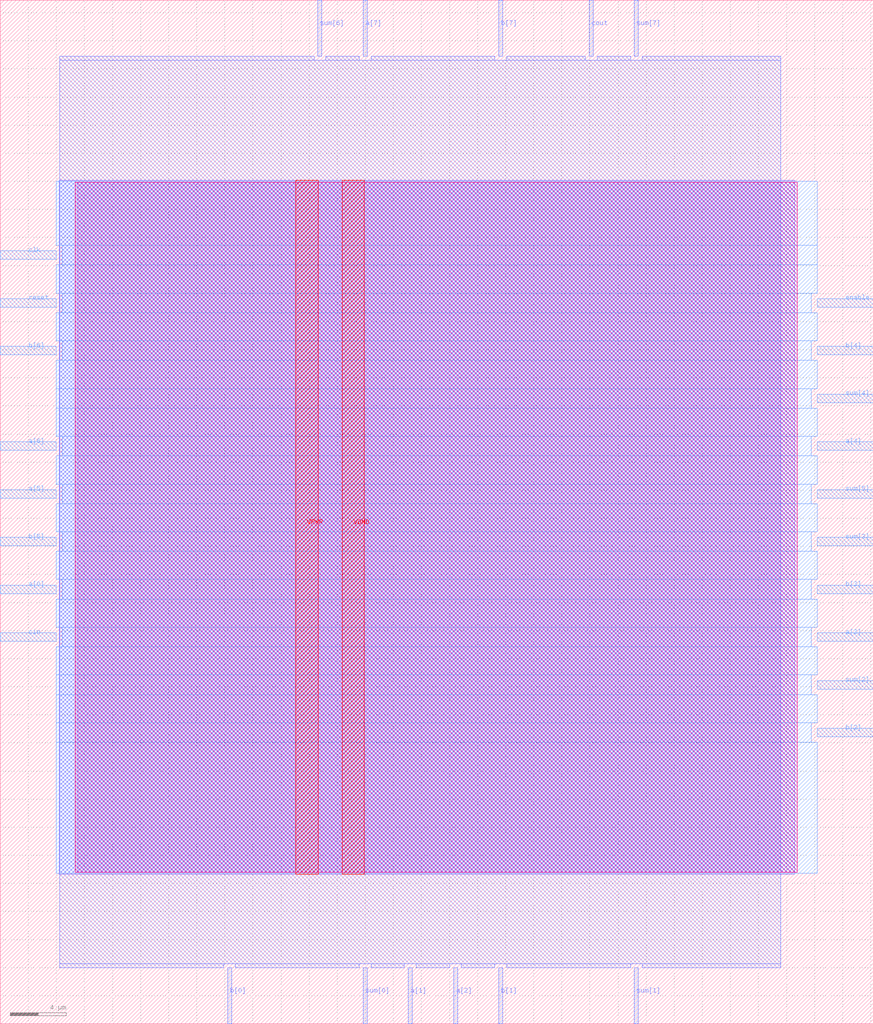
<source format=lef>
VERSION 5.7 ;
  NOWIREEXTENSIONATPIN ON ;
  DIVIDERCHAR "/" ;
  BUSBITCHARS "[]" ;
MACRO ripple_adder_wrapper
  CLASS BLOCK ;
  FOREIGN ripple_adder_wrapper ;
  ORIGIN 0.000 0.000 ;
  SIZE 62.175 BY 72.895 ;
  PIN VGND
    DIRECTION INOUT ;
    USE GROUND ;
    PORT
      LAYER met4 ;
        RECT 24.340 10.640 25.940 60.080 ;
    END
  END VGND
  PIN VPWR
    DIRECTION INOUT ;
    USE POWER ;
    PORT
      LAYER met4 ;
        RECT 21.040 10.640 22.640 60.080 ;
    END
  END VPWR
  PIN a[0]
    DIRECTION INPUT ;
    USE SIGNAL ;
    ANTENNAGATEAREA 0.196500 ;
    PORT
      LAYER met3 ;
        RECT 0.000 30.640 4.000 31.240 ;
    END
  END a[0]
  PIN a[1]
    DIRECTION INPUT ;
    USE SIGNAL ;
    ANTENNAGATEAREA 0.196500 ;
    PORT
      LAYER met2 ;
        RECT 29.070 0.000 29.350 4.000 ;
    END
  END a[1]
  PIN a[2]
    DIRECTION INPUT ;
    USE SIGNAL ;
    ANTENNAGATEAREA 0.196500 ;
    PORT
      LAYER met2 ;
        RECT 32.290 0.000 32.570 4.000 ;
    END
  END a[2]
  PIN a[3]
    DIRECTION INPUT ;
    USE SIGNAL ;
    ANTENNAGATEAREA 0.196500 ;
    PORT
      LAYER met3 ;
        RECT 58.175 27.240 62.175 27.840 ;
    END
  END a[3]
  PIN a[4]
    DIRECTION INPUT ;
    USE SIGNAL ;
    ANTENNAGATEAREA 0.196500 ;
    PORT
      LAYER met3 ;
        RECT 58.175 40.840 62.175 41.440 ;
    END
  END a[4]
  PIN a[5]
    DIRECTION INPUT ;
    USE SIGNAL ;
    ANTENNAGATEAREA 0.196500 ;
    PORT
      LAYER met3 ;
        RECT 0.000 37.440 4.000 38.040 ;
    END
  END a[5]
  PIN a[6]
    DIRECTION INPUT ;
    USE SIGNAL ;
    ANTENNAGATEAREA 0.196500 ;
    PORT
      LAYER met3 ;
        RECT 0.000 40.840 4.000 41.440 ;
    END
  END a[6]
  PIN a[7]
    DIRECTION INPUT ;
    USE SIGNAL ;
    ANTENNAGATEAREA 0.196500 ;
    PORT
      LAYER met2 ;
        RECT 25.850 68.895 26.130 72.895 ;
    END
  END a[7]
  PIN b[0]
    DIRECTION INPUT ;
    USE SIGNAL ;
    ANTENNAGATEAREA 0.196500 ;
    PORT
      LAYER met2 ;
        RECT 16.190 0.000 16.470 4.000 ;
    END
  END b[0]
  PIN b[1]
    DIRECTION INPUT ;
    USE SIGNAL ;
    ANTENNAGATEAREA 0.196500 ;
    PORT
      LAYER met2 ;
        RECT 35.510 0.000 35.790 4.000 ;
    END
  END b[1]
  PIN b[2]
    DIRECTION INPUT ;
    USE SIGNAL ;
    ANTENNAGATEAREA 0.196500 ;
    PORT
      LAYER met3 ;
        RECT 58.175 20.440 62.175 21.040 ;
    END
  END b[2]
  PIN b[3]
    DIRECTION INPUT ;
    USE SIGNAL ;
    ANTENNAGATEAREA 0.196500 ;
    PORT
      LAYER met3 ;
        RECT 58.175 30.640 62.175 31.240 ;
    END
  END b[3]
  PIN b[4]
    DIRECTION INPUT ;
    USE SIGNAL ;
    ANTENNAGATEAREA 0.196500 ;
    PORT
      LAYER met3 ;
        RECT 58.175 47.640 62.175 48.240 ;
    END
  END b[4]
  PIN b[5]
    DIRECTION INPUT ;
    USE SIGNAL ;
    ANTENNAGATEAREA 0.196500 ;
    PORT
      LAYER met3 ;
        RECT 0.000 34.040 4.000 34.640 ;
    END
  END b[5]
  PIN b[6]
    DIRECTION INPUT ;
    USE SIGNAL ;
    ANTENNAGATEAREA 0.196500 ;
    PORT
      LAYER met3 ;
        RECT 0.000 47.640 4.000 48.240 ;
    END
  END b[6]
  PIN b[7]
    DIRECTION INPUT ;
    USE SIGNAL ;
    ANTENNAGATEAREA 0.196500 ;
    PORT
      LAYER met2 ;
        RECT 35.510 68.895 35.790 72.895 ;
    END
  END b[7]
  PIN cin
    DIRECTION INPUT ;
    USE SIGNAL ;
    ANTENNAGATEAREA 0.196500 ;
    PORT
      LAYER met3 ;
        RECT 0.000 27.240 4.000 27.840 ;
    END
  END cin
  PIN clk
    DIRECTION INPUT ;
    USE SIGNAL ;
    ANTENNAGATEAREA 0.852000 ;
    PORT
      LAYER met3 ;
        RECT 0.000 54.440 4.000 55.040 ;
    END
  END clk
  PIN cout
    DIRECTION OUTPUT ;
    USE SIGNAL ;
    ANTENNADIFFAREA 0.445500 ;
    PORT
      LAYER met2 ;
        RECT 41.950 68.895 42.230 72.895 ;
    END
  END cout
  PIN enable
    DIRECTION INPUT ;
    USE SIGNAL ;
    ANTENNAGATEAREA 0.196500 ;
    PORT
      LAYER met3 ;
        RECT 58.175 51.040 62.175 51.640 ;
    END
  END enable
  PIN reset
    DIRECTION INPUT ;
    USE SIGNAL ;
    ANTENNAGATEAREA 0.196500 ;
    PORT
      LAYER met3 ;
        RECT 0.000 51.040 4.000 51.640 ;
    END
  END reset
  PIN sum[0]
    DIRECTION OUTPUT ;
    USE SIGNAL ;
    ANTENNADIFFAREA 0.445500 ;
    PORT
      LAYER met2 ;
        RECT 25.850 0.000 26.130 4.000 ;
    END
  END sum[0]
  PIN sum[1]
    DIRECTION OUTPUT ;
    USE SIGNAL ;
    ANTENNADIFFAREA 0.445500 ;
    PORT
      LAYER met2 ;
        RECT 45.170 0.000 45.450 4.000 ;
    END
  END sum[1]
  PIN sum[2]
    DIRECTION OUTPUT ;
    USE SIGNAL ;
    ANTENNADIFFAREA 0.445500 ;
    PORT
      LAYER met3 ;
        RECT 58.175 23.840 62.175 24.440 ;
    END
  END sum[2]
  PIN sum[3]
    DIRECTION OUTPUT ;
    USE SIGNAL ;
    ANTENNADIFFAREA 0.445500 ;
    PORT
      LAYER met3 ;
        RECT 58.175 34.040 62.175 34.640 ;
    END
  END sum[3]
  PIN sum[4]
    DIRECTION OUTPUT ;
    USE SIGNAL ;
    ANTENNADIFFAREA 0.445500 ;
    PORT
      LAYER met3 ;
        RECT 58.175 44.240 62.175 44.840 ;
    END
  END sum[4]
  PIN sum[5]
    DIRECTION OUTPUT ;
    USE SIGNAL ;
    ANTENNADIFFAREA 0.445500 ;
    PORT
      LAYER met3 ;
        RECT 58.175 37.440 62.175 38.040 ;
    END
  END sum[5]
  PIN sum[6]
    DIRECTION OUTPUT ;
    USE SIGNAL ;
    ANTENNADIFFAREA 0.445500 ;
    PORT
      LAYER met2 ;
        RECT 22.630 68.895 22.910 72.895 ;
    END
  END sum[6]
  PIN sum[7]
    DIRECTION OUTPUT ;
    USE SIGNAL ;
    ANTENNADIFFAREA 0.445500 ;
    PORT
      LAYER met2 ;
        RECT 45.170 68.895 45.450 72.895 ;
    END
  END sum[7]
  OBS
      LAYER nwell ;
        RECT 5.330 10.795 56.770 59.925 ;
      LAYER li1 ;
        RECT 5.520 10.795 56.580 59.925 ;
      LAYER met1 ;
        RECT 4.210 10.640 56.580 60.080 ;
      LAYER met2 ;
        RECT 4.230 68.615 22.350 68.895 ;
        RECT 23.190 68.615 25.570 68.895 ;
        RECT 26.410 68.615 35.230 68.895 ;
        RECT 36.070 68.615 41.670 68.895 ;
        RECT 42.510 68.615 44.890 68.895 ;
        RECT 45.730 68.615 55.570 68.895 ;
        RECT 4.230 4.280 55.570 68.615 ;
        RECT 4.230 4.000 15.910 4.280 ;
        RECT 16.750 4.000 25.570 4.280 ;
        RECT 26.410 4.000 28.790 4.280 ;
        RECT 29.630 4.000 32.010 4.280 ;
        RECT 32.850 4.000 35.230 4.280 ;
        RECT 36.070 4.000 44.890 4.280 ;
        RECT 45.730 4.000 55.570 4.280 ;
      LAYER met3 ;
        RECT 3.990 55.440 58.175 60.005 ;
        RECT 4.400 54.040 58.175 55.440 ;
        RECT 3.990 52.040 58.175 54.040 ;
        RECT 4.400 50.640 57.775 52.040 ;
        RECT 3.990 48.640 58.175 50.640 ;
        RECT 4.400 47.240 57.775 48.640 ;
        RECT 3.990 45.240 58.175 47.240 ;
        RECT 3.990 43.840 57.775 45.240 ;
        RECT 3.990 41.840 58.175 43.840 ;
        RECT 4.400 40.440 57.775 41.840 ;
        RECT 3.990 38.440 58.175 40.440 ;
        RECT 4.400 37.040 57.775 38.440 ;
        RECT 3.990 35.040 58.175 37.040 ;
        RECT 4.400 33.640 57.775 35.040 ;
        RECT 3.990 31.640 58.175 33.640 ;
        RECT 4.400 30.240 57.775 31.640 ;
        RECT 3.990 28.240 58.175 30.240 ;
        RECT 4.400 26.840 57.775 28.240 ;
        RECT 3.990 24.840 58.175 26.840 ;
        RECT 3.990 23.440 57.775 24.840 ;
        RECT 3.990 21.440 58.175 23.440 ;
        RECT 3.990 20.040 57.775 21.440 ;
        RECT 3.990 10.715 58.175 20.040 ;
  END
END ripple_adder_wrapper
END LIBRARY


</source>
